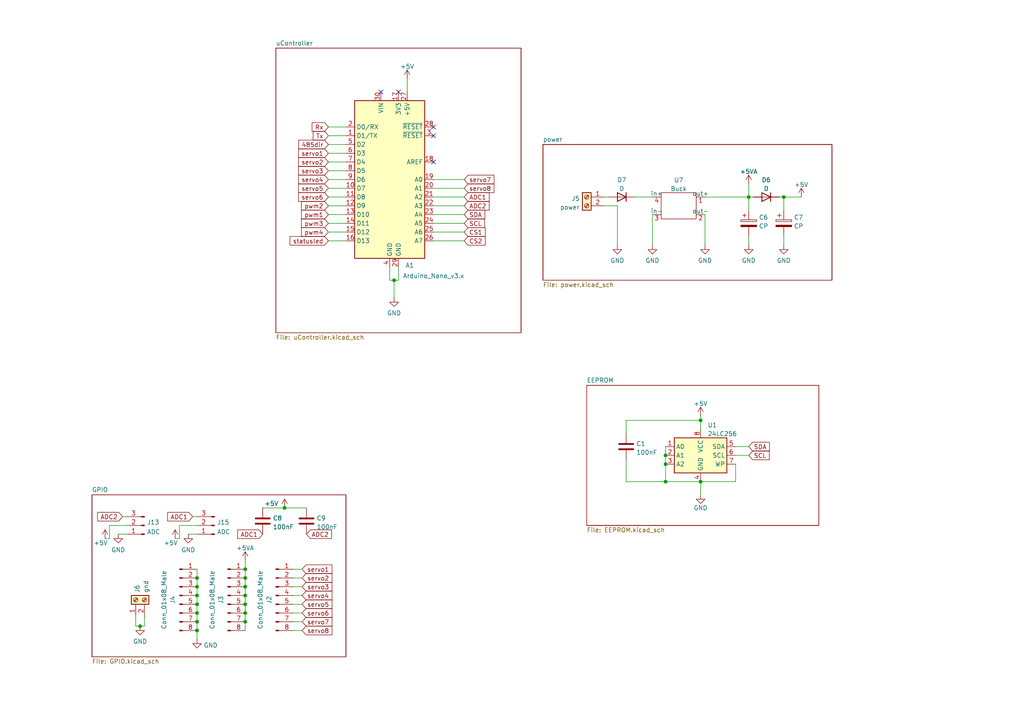
<source format=kicad_sch>
(kicad_sch (version 20211123) (generator eeschema)
  (paper "A4")
  (junction (at -110.49 254))
  (junction (at -66.04 -54.61))
  (junction (at -76.2 53.34))
  (junction (at -148.59 121.92))
  (junction (at -138.43 52.07))
  (junction (at -146.05 111.76))
  (junction (at -78.74 179.07))
  (junction (at 71.12 167.64))
  (junction (at -72.39 113.03))
  (junction (at 193.04 132.08))
  (junction (at -53.34 252.73))
  (junction (at -80.01 66.04))
  (junction (at -135.89 270.51))
  (junction (at 114.3 81.28))
  (junction (at -78.74 215.9))
  (junction (at 203.2 121.92))
  (junction (at 57.15 170.18))
  (junction (at -148.59 111.76))
  (junction (at 217.17 57.15))
  (junction (at -218.44 247.65))
  (junction (at 203.2 139.7))
  (junction (at 193.04 139.7))
  (junction (at -140.97 52.07))
  (junction (at -72.39 63.5))
  (junction (at -236.22 232.41))
  (junction (at 82.55 147.32))
  (junction (at 71.12 172.72))
  (junction (at 193.04 134.62))
  (junction (at 57.15 175.26))
  (junction (at -158.75 76.2))
  (junction (at -80.01 115.57))
  (junction (at 40.64 181.61))
  (junction (at -111.76 -1.27))
  (junction (at -111.76 -13.97))
  (junction (at -76.2 102.87))
  (junction (at -228.6 123.19))
  (junction (at 71.12 165.1))
  (junction (at -110.49 200.66))
  (junction (at -78.74 189.23))
  (junction (at -53.34 199.39))
  (junction (at 71.12 180.34))
  (junction (at -78.74 242.57))
  (junction (at 57.15 172.72))
  (junction (at -110.49 227.33))
  (junction (at 227.33 57.15))
  (junction (at -76.2 125.73))
  (junction (at 71.12 177.8))
  (junction (at -246.38 113.03))
  (junction (at 57.15 180.34))
  (junction (at -76.2 76.2))
  (junction (at -53.34 226.06))
  (junction (at -218.44 212.09))
  (junction (at -135.89 243.84))
  (junction (at 71.12 175.26))
  (junction (at -111.76 -11.43))
  (junction (at -135.89 190.5))
  (junction (at 57.15 167.64))
  (junction (at -111.76 -3.81))
  (junction (at 71.12 170.18))
  (junction (at 57.15 182.88))
  (junction (at -246.38 115.57))
  (junction (at 57.15 177.8))
  (junction (at -135.89 217.17))
  (no_connect (at -231.14 240.03))
  (no_connect (at -246.38 92.71))
  (no_connect (at -246.38 90.17))
  (no_connect (at -99.06 -58.42))
  (no_connect (at -60.96 218.44))
  (no_connect (at -60.96 191.77))
  (no_connect (at -118.11 273.05))
  (no_connect (at -118.11 246.38))
  (no_connect (at -118.11 193.04))
  (no_connect (at -118.11 219.71))
  (no_connect (at -60.96 271.78))
  (no_connect (at -60.96 245.11))
  (no_connect (at -99.06 -44.45))
  (no_connect (at -99.06 -31.75))
  (no_connect (at 125.73 39.37))
  (no_connect (at 125.73 36.83))
  (no_connect (at 125.73 46.99))
  (no_connect (at 110.49 26.67))
  (no_connect (at 115.57 26.67))
  (no_connect (at -99.06 -71.12))
  (wire (pts (xy 71.12 177.8) (xy 71.12 180.34)))
  (wire (pts (xy -53.34 199.39) (xy -53.34 226.06)))
  (wire (pts (xy -236.22 247.65) (xy -218.44 247.65)))
  (wire (pts (xy -114.3 -6.35) (xy -109.22 -6.35)))
  (wire (pts (xy -158.75 86.36) (xy -156.21 86.36)))
  (wire (pts (xy -66.04 -53.34) (xy -66.04 -54.61)))
  (wire (pts (xy -146.05 120.65) (xy -146.05 121.92)))
  (wire (pts (xy -125.73 86.36) (xy -121.92 86.36)))
  (wire (pts (xy -228.6 64.77) (xy -228.6 67.31)))
  (wire (pts (xy -118.11 214.63) (xy -104.14 214.63)))
  (wire (pts (xy 95.25 49.53) (xy 100.33 49.53)))
  (wire (pts (xy -135.89 190.5) (xy -133.35 190.5)))
  (wire (pts (xy 181.61 139.7) (xy 181.61 133.35)))
  (wire (pts (xy 71.12 167.64) (xy 71.12 170.18)))
  (wire (pts (xy -111.76 -1.27) (xy -109.22 -1.27)))
  (wire (pts (xy -254 95.25) (xy -254 97.79)))
  (wire (pts (xy -231.14 219.71) (xy -240.03 219.71)))
  (wire (pts (xy -53.34 173.99) (xy -53.34 199.39)))
  (wire (pts (xy -110.49 254) (xy -110.49 280.67)))
  (wire (pts (xy 52.07 152.4) (xy 52.07 156.21)))
  (wire (pts (xy 213.36 139.7) (xy 213.36 134.62)))
  (wire (pts (xy -148.59 111.76) (xy -148.59 113.03)))
  (wire (pts (xy -118.11 241.3) (xy -104.14 241.3)))
  (wire (pts (xy -90.17 252.73) (xy -76.2 252.73)))
  (wire (pts (xy -110.49 175.26) (xy -110.49 200.66)))
  (wire (pts (xy -167.64 227.33) (xy -181.61 227.33)))
  (wire (pts (xy 114.3 81.28) (xy 115.57 81.28)))
  (wire (pts (xy -45.72 186.69) (xy -45.72 228.6)))
  (wire (pts (xy -118.11 254) (xy -110.49 254)))
  (wire (pts (xy -78.74 215.9) (xy -78.74 189.23)))
  (wire (pts (xy 87.63 172.72) (xy 85.09 172.72)))
  (wire (pts (xy -210.82 100.33) (xy -204.47 100.33)))
  (wire (pts (xy -104.14 232.41) (xy -99.06 232.41)))
  (wire (pts (xy -118.11 267.97) (xy -102.87 267.97)))
  (wire (pts (xy 31.75 152.4) (xy 31.75 156.21)))
  (wire (pts (xy 213.36 132.08) (xy 217.17 132.08)))
  (wire (pts (xy -60.96 226.06) (xy -53.34 226.06)))
  (wire (pts (xy -80.01 60.96) (xy -80.01 66.04)))
  (wire (pts (xy 57.15 177.8) (xy 57.15 180.34)))
  (wire (pts (xy -72.39 60.96) (xy -72.39 63.5)))
  (wire (pts (xy -99.06 -36.83) (xy -97.79 -36.83)))
  (wire (pts (xy -76.2 53.34) (xy -72.39 53.34)))
  (wire (pts (xy -218.44 247.65) (xy -218.44 248.92)))
  (wire (pts (xy 71.12 162.56) (xy 71.12 165.1)))
  (wire (pts (xy 31.75 152.4) (xy 36.83 152.4)))
  (wire (pts (xy 52.07 152.4) (xy 57.15 152.4)))
  (wire (pts (xy -158.75 64.77) (xy -158.75 76.2)))
  (wire (pts (xy -236.22 232.41) (xy -236.22 247.65)))
  (wire (pts (xy 95.25 57.15) (xy 100.33 57.15)))
  (wire (pts (xy -236.22 227.33) (xy -236.22 212.09)))
  (wire (pts (xy 95.25 62.23) (xy 100.33 62.23)))
  (wire (pts (xy 87.63 180.34) (xy 85.09 180.34)))
  (wire (pts (xy -67.31 -55.88) (xy -66.04 -55.88)))
  (wire (pts (xy 125.73 54.61) (xy 134.62 54.61)))
  (wire (pts (xy -148.59 121.92) (xy -148.59 124.46)))
  (wire (pts (xy -80.01 74.93) (xy -80.01 76.2)))
  (wire (pts (xy -125.73 81.28) (xy -121.92 81.28)))
  (wire (pts (xy 95.25 46.99) (xy 100.33 46.99)))
  (wire (pts (xy -210.82 107.95) (xy -204.47 107.95)))
  (wire (pts (xy -147.32 227.33) (xy -133.35 227.33)))
  (wire (pts (xy -78.74 269.24) (xy -78.74 242.57)))
  (wire (pts (xy -161.29 83.82) (xy -156.21 83.82)))
  (wire (pts (xy -67.31 -53.34) (xy -66.04 -53.34)))
  (wire (pts (xy -76.2 269.24) (xy -78.74 269.24)))
  (wire (pts (xy -104.14 234.95) (xy -99.06 234.95)))
  (wire (pts (xy -111.76 -1.27) (xy -111.76 0)))
  (wire (pts (xy -111.76 -15.24) (xy -111.76 -13.97)))
  (wire (pts (xy -76.2 125.73) (xy -76.2 133.35)))
  (wire (pts (xy -114.3 -8.89) (xy -109.22 -8.89)))
  (wire (pts (xy 71.12 165.1) (xy 71.12 167.64)))
  (wire (pts (xy -85.09 113.03) (xy -72.39 113.03)))
  (wire (pts (xy -78.74 215.9) (xy -76.2 215.9)))
  (wire (pts (xy -99.06 -66.04) (xy -97.79 -66.04)))
  (wire (pts (xy 76.2 147.32) (xy 82.55 147.32)))
  (wire (pts (xy 95.25 67.31) (xy 100.33 67.31)))
  (wire (pts (xy -78.74 242.57) (xy -78.74 215.9)))
  (wire (pts (xy -41.91 179.07) (xy -41.91 226.06)))
  (wire (pts (xy -60.96 252.73) (xy -53.34 252.73)))
  (wire (pts (xy 95.25 69.85) (xy 100.33 69.85)))
  (wire (pts (xy 95.25 54.61) (xy 100.33 54.61)))
  (wire (pts (xy -99.06 -34.29) (xy -96.52 -34.29)))
  (wire (pts (xy 125.73 52.07) (xy 134.62 52.07)))
  (wire (pts (xy -205.74 234.95) (xy -201.93 234.95)))
  (wire (pts (xy -85.09 66.04) (xy -80.01 66.04)))
  (wire (pts (xy 71.12 170.18) (xy 71.12 172.72)))
  (wire (pts (xy -201.93 175.26) (xy -201.93 177.8)))
  (wire (pts (xy -72.39 -19.05) (xy -72.39 -16.51)))
  (wire (pts (xy 125.73 69.85) (xy 134.62 69.85)))
  (wire (pts (xy -53.34 252.73) (xy -53.34 279.4)))
  (wire (pts (xy 87.63 170.18) (xy 85.09 170.18)))
  (wire (pts (xy -76.2 76.2) (xy -72.39 76.2)))
  (wire (pts (xy 30.48 156.21) (xy 31.75 156.21)))
  (wire (pts (xy 57.15 172.72) (xy 57.15 175.26)))
  (wire (pts (xy -78.74 179.07) (xy -41.91 179.07)))
  (wire (pts (xy -167.64 224.79) (xy -181.61 224.79)))
  (wire (pts (xy -80.01 102.87) (xy -76.2 102.87)))
  (wire (pts (xy -231.14 232.41) (xy -236.22 232.41)))
  (wire (pts (xy -80.01 66.04) (xy -68.58 66.04)))
  (wire (pts (xy -130.81 59.69) (xy -130.81 60.96)))
  (wire (pts (xy -46.99 233.68) (xy -41.91 233.68)))
  (wire (pts (xy -246.38 74.93) (xy -255.27 74.93)))
  (wire (pts (xy -231.14 227.33) (xy -236.22 227.33)))
  (wire (pts (xy 181.61 121.92) (xy 203.2 121.92)))
  (wire (pts (xy -210.82 74.93) (xy -204.47 74.93)))
  (wire (pts (xy -151.13 180.34) (xy -147.32 180.34)))
  (wire (pts (xy -140.97 50.8) (xy -140.97 52.07)))
  (wire (pts (xy -205.74 224.79) (xy -201.93 224.79)))
  (wire (pts (xy -135.89 243.84) (xy -135.89 217.17)))
  (wire (pts (xy -161.29 73.66) (xy -156.21 73.66)))
  (wire (pts (xy -77.47 -72.39) (xy -77.47 -68.58)))
  (wire (pts (xy -80.01 76.2) (xy -76.2 76.2)))
  (wire (pts (xy 193.04 129.54) (xy 193.04 132.08)))
  (wire (pts (xy -60.96 240.03) (xy -46.99 240.03)))
  (wire (pts (xy 40.64 181.61) (xy 41.91 181.61)))
  (wire (pts (xy -46.99 213.36) (xy -46.99 231.14)))
  (wire (pts (xy -76.2 125.73) (xy -72.39 125.73)))
  (wire (pts (xy 71.12 172.72) (xy 71.12 175.26)))
  (wire (pts (xy -80.01 124.46) (xy -80.01 125.73)))
  (wire (pts (xy -45.72 236.22) (xy -41.91 236.22)))
  (wire (pts (xy -72.39 113.03) (xy -72.39 116.84)))
  (wire (pts (xy -99.06 -41.91) (xy -96.52 -41.91)))
  (wire (pts (xy -76.2 102.87) (xy -76.2 97.79)))
  (wire (pts (xy -246.38 113.03) (xy -246.38 115.57)))
  (wire (pts (xy -167.64 229.87) (xy -181.61 229.87)))
  (wire (pts (xy -96.52 -45.72) (xy -96.52 -41.91)))
  (wire (pts (xy -125.73 88.9) (xy -121.92 88.9)))
  (wire (pts (xy -45.72 266.7) (xy -45.72 236.22)))
  (wire (pts (xy 193.04 132.08) (xy 193.04 134.62)))
  (wire (pts (xy -111.76 -3.81) (xy -109.22 -3.81)))
  (wire (pts (xy -246.38 123.19) (xy -228.6 123.19)))
  (wire (pts (xy -205.74 222.25) (xy -201.93 222.25)))
  (wire (pts (xy 87.63 167.64) (xy 85.09 167.64)))
  (wire (pts (xy -236.22 212.09) (xy -218.44 212.09)))
  (wire (pts (xy -146.05 111.76) (xy -144.78 111.76)))
  (wire (pts (xy -205.74 227.33) (xy -201.93 227.33)))
  (wire (pts (xy -205.74 232.41) (xy -201.93 232.41)))
  (wire (pts (xy -118.11 187.96) (xy -102.87 187.96)))
  (wire (pts (xy -67.31 -58.42) (xy -64.77 -58.42)))
  (wire (pts (xy -181.61 217.17) (xy -177.8 217.17)))
  (wire (pts (xy -88.9 -50.8) (xy -87.63 -50.8)))
  (wire (pts (xy -210.82 102.87) (xy -204.47 102.87)))
  (wire (pts (xy -236.22 229.87) (xy -236.22 232.41)))
  (wire (pts (xy 87.63 175.26) (xy 85.09 175.26)))
  (wire (pts (xy -111.76 -3.81) (xy -111.76 -1.27)))
  (wire (pts (xy -140.97 52.07) (xy -140.97 66.04)))
  (wire (pts (xy 57.15 167.64) (xy 57.15 170.18)))
  (wire (pts (xy -210.82 85.09) (xy -204.47 85.09)))
  (wire (pts (xy -210.82 113.03) (xy -204.47 113.03)))
  (wire (pts (xy 204.47 57.15) (xy 217.17 57.15)))
  (wire (pts (xy 204.47 62.23) (xy 204.47 71.12)))
  (wire (pts (xy 35.56 149.86) (xy 36.83 149.86)))
  (wire (pts (xy -99.06 -39.37) (xy -97.79 -39.37)))
  (wire (pts (xy -104.14 214.63) (xy -104.14 232.41)))
  (wire (pts (xy -114.3 -11.43) (xy -111.76 -11.43)))
  (wire (pts (xy -78.74 242.57) (xy -76.2 242.57)))
  (wire (pts (xy -88.9 -58.42) (xy -87.63 -58.42)))
  (wire (pts (xy -110.49 280.67) (xy -118.11 280.67)))
  (wire (pts (xy -133.35 270.51) (xy -135.89 270.51)))
  (wire (pts (xy -60.96 266.7) (xy -45.72 266.7)))
  (wire (pts (xy -139.7 180.34) (xy -135.89 180.34)))
  (wire (pts (xy -135.89 180.34) (xy -135.89 190.5)))
  (wire (pts (xy -191.77 242.57) (xy -191.77 246.38)))
  (wire (pts (xy 193.04 139.7) (xy 181.61 139.7)))
  (wire (pts (xy -110.49 200.66) (xy -110.49 227.33)))
  (wire (pts (xy 57.15 175.26) (xy 57.15 177.8)))
  (wire (pts (xy -146.05 101.6) (xy -146.05 111.76)))
  (wire (pts (xy -102.87 187.96) (xy -102.87 229.87)))
  (wire (pts (xy -104.14 241.3) (xy -104.14 234.95)))
  (wire (pts (xy -80.01 110.49) (xy -80.01 115.57)))
  (wire (pts (xy -66.04 -54.61) (xy -66.04 -55.88)))
  (wire (pts (xy 118.11 22.86) (xy 118.11 26.67)))
  (wire (pts (xy -45.72 228.6) (xy -41.91 228.6)))
  (wire (pts (xy 181.61 125.73) (xy 181.61 121.92)))
  (wire (pts (xy -72.39 76.2) (xy -72.39 74.93)))
  (wire (pts (xy -151.13 59.69) (xy -151.13 60.96)))
  (wire (pts (xy 189.23 62.23) (xy 189.23 71.12)))
  (wire (pts (xy -167.64 232.41) (xy -181.61 232.41)))
  (wire (pts (xy -90.17 279.4) (xy -76.2 279.4)))
  (wire (pts (xy 50.8 156.21) (xy 52.07 156.21)))
  (wire (pts (xy -82.55 179.07) (xy -78.74 179.07)))
  (wire (pts (xy -205.74 229.87) (xy -201.93 229.87)))
  (wire (pts (xy -46.99 231.14) (xy -41.91 231.14)))
  (wire (pts (xy -210.82 115.57) (xy -204.47 115.57)))
  (wire (pts (xy 203.2 139.7) (xy 203.2 143.51)))
  (wire (pts (xy -138.43 45.72) (xy -138.43 52.07)))
  (wire (pts (xy -210.82 82.55) (xy -204.47 82.55)))
  (wire (pts (xy -80.01 115.57) (xy -80.01 116.84)))
  (wire (pts (xy -231.14 229.87) (xy -236.22 229.87)))
  (wire (pts (xy -156.21 76.2) (xy -158.75 76.2)))
  (wire (pts (xy 87.63 177.8) (xy 85.09 177.8)))
  (wire (pts (xy -72.39 110.49) (xy -72.39 113.03)))
  (wire (pts (xy -210.82 87.63) (xy -204.47 87.63)))
  (wire (pts (xy 176.53 57.15) (xy 175.26 57.15)))
  (wire (pts (xy 113.03 77.47) (xy 113.03 81.28)))
  (wire (pts (xy -102.87 267.97) (xy -102.87 237.49)))
  (wire (pts (xy -111.76 -11.43) (xy -109.22 -11.43)))
  (wire (pts (xy -138.43 52.07) (xy -138.43 66.04)))
  (wire (pts (xy -66.04 -54.61) (xy -64.77 -54.61)))
  (wire (pts (xy -231.14 222.25) (xy -240.03 222.25)))
  (wire (pts (xy 57.15 180.34) (xy 57.15 182.88)))
  (wire (pts (xy -77.47 -40.64) (xy -77.47 -38.1)))
  (wire (pts (xy -114.3 -1.27) (xy -111.76 -1.27)))
  (wire (pts (xy 87.63 182.88) (xy 85.09 182.88)))
  (wire (pts (xy -138.43 52.07) (xy -130.81 52.07)))
  (wire (pts (xy 82.55 147.32) (xy 88.9 147.32)))
  (wire (pts (xy -72.39 125.73) (xy -72.39 124.46)))
  (wire (pts (xy 227.33 71.12) (xy 227.33 68.58)))
  (wire (pts (xy -85.09 115.57) (xy -80.01 115.57)))
  (wire (pts (xy -246.38 77.47) (xy -255.27 77.47)))
  (wire (pts (xy -93.98 179.07) (xy -90.17 179.07)))
  (wire (pts (xy -111.76 -13.97) (xy -111.76 -11.43)))
  (wire (pts (xy -167.64 234.95) (xy -181.61 234.95)))
  (wire (pts (xy -148.59 120.65) (xy -148.59 121.92)))
  (wire (pts (xy 95.25 44.45) (xy 100.33 44.45)))
  (wire (pts (xy 193.04 139.7) (xy 203.2 139.7)))
  (wire (pts (xy 57.15 182.88) (xy 57.15 185.42)))
  (wire (pts (xy -149.86 111.76) (xy -148.59 111.76)))
  (wire (pts (xy -80.01 53.34) (xy -76.2 53.34)))
  (wire (pts (xy 95.25 39.37) (xy 100.33 39.37)))
  (wire (pts (xy -60.96 213.36) (xy -46.99 213.36)))
  (wire (pts (xy -80.01 115.57) (xy -68.58 115.57)))
  (wire (pts (xy 39.37 181.61) (xy 40.64 181.61)))
  (wire (pts (xy -210.82 80.01) (xy -204.47 80.01)))
  (wire (pts (xy -125.73 78.74) (xy -121.92 78.74)))
  (wire (pts (xy 179.07 59.69) (xy 175.26 59.69)))
  (wire (pts (xy 227.33 57.15) (xy 227.33 60.96)))
  (wire (pts (xy -96.52 -34.29) (xy -96.52 -29.21)))
  (wire (pts (xy 203.2 120.65) (xy 203.2 121.92)))
  (wire (pts (xy -147.32 254) (xy -133.35 254)))
  (wire (pts (xy -135.89 270.51) (xy -135.89 243.84)))
  (wire (pts (xy -135.89 289.56) (xy -135.89 270.51)))
  (wire (pts (xy 41.91 181.61) (xy 41.91 179.07)))
  (wire (pts (xy -210.82 110.49) (xy -204.47 110.49)))
  (wire (pts (xy -53.34 226.06) (xy -53.34 252.73)))
  (wire (pts (xy -72.39 113.03) (xy -68.58 113.03)))
  (wire (pts (xy -210.82 105.41) (xy -204.47 105.41)))
  (wire (pts (xy -147.32 200.66) (xy -133.35 200.66)))
  (wire (pts (xy 115.57 81.28) (xy 115.57 77.47)))
  (wire (pts (xy -99.06 -68.58) (xy -96.52 -68.58)))
  (wire (pts (xy -102.87 237.49) (xy -99.06 237.49)))
  (wire (pts (xy -90.17 199.39) (xy -76.2 199.39)))
  (wire (pts (xy -246.38 110.49) (xy -246.38 113.03)))
  (wire (pts (xy 125.73 59.69) (xy 134.62 59.69)))
  (wire (pts (xy 54.61 154.94) (xy 57.15 154.94)))
  (wire (pts (xy -148.59 101.6) (xy -148.59 111.76)))
  (wire (pts (xy -76.2 102.87) (xy -72.39 102.87)))
  (wire (pts (xy 179.07 59.69) (xy 179.07 71.12)))
  (wire (pts (xy 213.36 129.54) (xy 217.17 129.54)))
  (wire (pts (xy 71.12 175.26) (xy 71.12 177.8)))
  (wire (pts (xy -53.34 279.4) (xy -60.96 279.4)))
  (wire (pts (xy -210.82 92.71) (xy -204.47 92.71)))
  (wire (pts (xy 217.17 68.58) (xy 217.17 71.12)))
  (wire (pts (xy -210.82 90.17) (xy -204.47 90.17)))
  (wire (pts (xy -60.96 186.69) (xy -45.72 186.69)))
  (wire (pts (xy -205.74 219.71) (xy -201.93 219.71)))
  (wire (pts (xy 95.25 64.77) (xy 100.33 64.77)))
  (wire (pts (xy -96.52 -72.39) (xy -96.52 -68.58)))
  (wire (pts (xy 57.15 170.18) (xy 57.15 172.72)))
  (wire (pts (xy -118.11 200.66) (xy -110.49 200.66)))
  (wire (pts (xy -210.82 97.79) (xy -204.47 97.79)))
  (wire (pts (xy 217.17 57.15) (xy 218.44 57.15)))
  (wire (pts (xy -246.38 115.57) (xy -246.38 123.19)))
  (wire (pts (xy 87.63 165.1) (xy 85.09 165.1)))
  (wire (pts (xy -85.09 63.5) (xy -72.39 63.5)))
  (wire (pts (xy 113.03 81.28) (xy 114.3 81.28)))
  (wire (pts (xy -114.3 -13.97) (xy -111.76 -13.97)))
  (wire (pts (xy 55.88 149.86) (xy 57.15 149.86)))
  (wire (pts (xy 95.25 59.69) (xy 100.33 59.69)))
  (wire (pts (xy 125.73 57.15) (xy 134.62 57.15)))
  (wire (pts (xy 71.12 180.34) (xy 71.12 182.88)))
  (wire (pts (xy 57.15 165.1) (xy 57.15 167.64)))
  (wire (pts (xy -158.75 76.2) (xy -158.75 86.36)))
  (wire (pts (xy -147.32 280.67) (xy -133.35 280.67)))
  (wire (pts (xy -148.59 121.92) (xy -146.05 121.92)))
  (wire (pts (xy -99.06 -63.5) (xy -97.79 -63.5)))
  (wire (pts (xy 34.29 154.94) (xy 36.83 154.94)))
  (wire (pts (xy -167.64 222.25) (xy -181.61 222.25)))
  (wire (pts (xy -76.2 53.34) (xy -76.2 48.26)))
  (wire (pts (xy 226.06 57.15) (xy 227.33 57.15)))
  (wire (pts (xy -167.64 219.71) (xy -181.61 219.71)))
  (wire (pts (xy 217.17 57.15) (xy 217.17 60.96)))
  (wire (pts (xy -78.74 189.23) (xy -76.2 189.23)))
  (wire (pts (xy -99.06 289.56) (xy -135.89 289.56)))
  (wire (pts (xy -110.49 227.33) (xy -110.49 254)))
  (wire (pts (xy -161.29 81.28) (xy -156.21 81.28)))
  (wire (pts (xy -67.31 -50.8) (xy -64.77 -50.8)))
  (wire (pts (xy -228.6 123.19) (xy -228.6 124.46)))
  (wire (pts (xy -181.61 237.49) (xy -167.64 237.49)))
  (wire (pts (xy -140.97 101.6) (xy -140.97 102.87)))
  (wire (pts (xy -72.39 63.5) (xy -68.58 63.5)))
  (wire (pts (xy -76.2 76.2) (xy -76.2 83.82)))
  (wire (pts (xy -78.74 189.23) (xy -78.74 179.07)))
  (wire (pts (xy -161.29 71.12) (xy -156.21 71.12)))
  (wire (pts (xy 203.2 121.92) (xy 203.2 124.46)))
  (wire (pts (xy -135.89 243.84) (xy -133.35 243.84)))
  (wire (pts (xy 203.2 139.7) (xy 213.36 139.7)))
  (wire (pts (xy 125.73 67.31) (xy 134.62 67.31)))
  (wire (pts (xy -201.93 185.42) (xy -201.93 187.96)))
  (wire (pts (xy -118.11 227.33) (xy -110.49 227.33)))
  (wire (pts (xy -210.82 77.47) (xy -204.47 77.47)))
  (wire (pts (xy -90.17 226.06) (xy -76.2 226.06)))
  (wire (pts (xy 125.73 64.77) (xy 134.62 64.77)))
  (wire (pts (xy 227.33 57.15) (xy 232.41 57.15)))
  (wire (pts (xy -102.87 229.87) (xy -99.06 229.87)))
  (wire (pts (xy 95.25 36.83) (xy 100.33 36.83)))
  (wire (pts (xy -80.01 66.04) (xy -80.01 67.31)))
  (wire (pts (xy -135.89 217.17) (xy -135.89 190.5)))
  (wire (pts (xy -60.96 199.39) (xy -53.34 199.39)))
  (wire (pts (xy -146.05 111.76) (xy -146.05 113.03)))
  (wire (pts (xy 184.15 57.15) (xy 189.23 57.15)))
  (wire (pts (xy 125.73 62.23) (xy 134.62 62.23)))
  (wire (pts (xy -99.06 240.03) (xy -99.06 289.56)))
  (wire (pts (xy 95.25 41.91) (xy 100.33 41.91)))
  (wire (pts (xy -99.06 -60.96) (xy -96.52 -60.96)))
  (wire (pts (xy -114.3 -3.81) (xy -111.76 -3.81)))
  (wire (pts (xy -80.01 125.73) (xy -76.2 125.73)))
  (wire (pts (xy -46.99 240.03) (xy -46.99 233.68)))
  (wire (pts (xy 193.04 134.62) (xy 193.04 139.7)))
  (wire (pts (xy -254 97.79) (xy -246.38 97.79)))
  (wire (pts (xy 114.3 81.28) (xy 114.3 86.36)))
  (wire (pts (xy -72.39 -8.89) (xy -72.39 -6.35)))
  (wire (pts (xy -111.76 -13.97) (xy -109.22 -13.97)))
  (wire (pts (xy -96.52 -60.96) (xy -96.52 -55.88)))
  (wire (pts (xy -205.74 237.49) (xy -201.93 237.49)))
  (wire (pts (xy -151.13 52.07) (xy -140.97 52.07)))
  (wire (pts (xy -135.89 217.17) (xy -133.35 217.17)))
  (wire (pts (xy -218.44 210.82) (xy -218.44 212.09)))
  (wire (pts (xy 39.37 179.07) (xy 39.37 181.61)))
  (wire (pts (xy -72.39 63.5) (xy -72.39 67.31)))
  (wire (pts (xy 217.17 53.34) (xy 217.17 57.15)))
  (wire (pts (xy 95.25 52.07) (xy 100.33 52.07)))
  (label "coil1" (at -167.64 219.71 180))
  (label "A" (at -111.76 -8.89 0))
  (label "coil2" (at -167.64 222.25 180))
  (label "coil1" (at -90.17 199.39 0))
  (label "coil8" (at -147.32 280.67 0))
  (label "A" (at -97.79 -39.37 0))
  (label "coil2" (at -90.17 226.06 0))
  (label "A" (at -97.79 -66.04 0))
  (label "coil7" (at -147.32 254 0))
  (label "B" (at -111.76 -6.35 0))
  (label "coil5" (at -147.32 200.66 0))
  (label "A" (at -88.9 -50.8 0))
  (label "coil6" (at -147.32 227.33 0))
  (label "coil6" (at -167.64 232.41 180))
  (label "coil4" (at -167.64 227.33 180))
  (label "coil8" (at -167.64 237.49 180))
  (label "coil3" (at -90.17 252.73 0))
  (label "B" (at -97.79 -36.83 0))
  (label "coil5" (at -167.64 229.87 180))
  (label "coil4" (at -90.17 279.4 0))
  (label "B" (at -97.79 -63.5 0))
  (label "B" (at -88.9 -58.42 0))
  (label "coil3" (at -167.64 224.79 180))
  (label "coil7" (at -167.64 234.95 180))
  (global_label "pwm1" (shape input) (at -161.29 73.66 180) (property "Intersheet References" "${INTERSHEET_REFS}" (effects hide)))
  (global_label "servo6" (shape input) (at 95.25 57.15 180) (property "Intersheet References" "${INTERSHEET_REFS}" (effects hide)))
  (global_label "SCL" (shape input) (at 134.62 64.77 0) (property "Intersheet References" "${INTERSHEET_REFS}" (effects hide)))
  (global_label "CS1" (shape input) (at 134.62 67.31 0) (property "Intersheet References" "${INTERSHEET_REFS}" (effects hide)))
  (global_label "pwm4" (shape input) (at 95.25 67.31 180) (property "Intersheet References" "${INTERSHEET_REFS}" (effects hide)))
  (global_label "SDA" (shape input) (at -240.03 222.25 180) (property "Intersheet References" "${INTERSHEET_REFS}" (effects hide)))
  (global_label "track2R" (shape input) (at -121.92 86.36 0) (property "Intersheet References" "${INTERSHEET_REFS}" (effects hide)))
  (global_label "CS2" (shape input) (at 134.62 69.85 0) (property "Intersheet References" "${INTERSHEET_REFS}" (effects hide)))
  (global_label "servo7" (shape input) (at 134.62 52.07 0) (property "Intersheet References" "${INTERSHEET_REFS}" (effects hide)))
  (global_label "SCL" (shape input) (at 217.17 132.08 0) (property "Intersheet References" "${INTERSHEET_REFS}" (effects hide)))
  (global_label "SDA" (shape input) (at 217.17 129.54 0) (property "Intersheet References" "${INTERSHEET_REFS}" (effects hide)))
  (global_label "statusled" (shape input) (at 95.25 69.85 180) (property "Intersheet References" "${INTERSHEET_REFS}" (effects hide)))
  (global_label "SDA" (shape input) (at -255.27 74.93 180) (property "Intersheet References" "${INTERSHEET_REFS}" (effects hide)))
  (global_label "ADC1" (shape input) (at 76.2 154.94 180) (property "Intersheet References" "${INTERSHEET_REFS}" (effects hide)))
  (global_label "Tx" (shape input) (at -64.77 -50.8 0) (property "Intersheet References" "${INTERSHEET_REFS}" (effects hide)))
  (global_label "ADC1" (shape input) (at 55.88 149.86 180) (property "Intersheet References" "${INTERSHEET_REFS}" (effects hide)))
  (global_label "SDA" (shape input) (at 134.62 62.23 0) (property "Intersheet References" "${INTERSHEET_REFS}" (effects hide)))
  (global_label "servo8" (shape input) (at 87.63 182.88 0) (property "Intersheet References" "${INTERSHEET_REFS}" (effects hide)))
  (global_label "Rx" (shape input) (at -64.77 -58.42 0) (property "Intersheet References" "${INTERSHEET_REFS}" (effects hide)))
  (global_label "servo5" (shape input) (at 95.25 54.61 180) (property "Intersheet References" "${INTERSHEET_REFS}" (effects hide)))
  (global_label "SCL" (shape input) (at -240.03 219.71 180) (property "Intersheet References" "${INTERSHEET_REFS}" (effects hide)))
  (global_label "track2R" (shape input) (at -85.09 115.57 180) (property "Intersheet References" "${INTERSHEET_REFS}" (effects hide)))
  (global_label "track1L" (shape input) (at -121.92 81.28 0) (property "Intersheet References" "${INTERSHEET_REFS}" (effects hide)))
  (global_label "CS1" (shape input) (at -149.86 111.76 180) (property "Intersheet References" "${INTERSHEET_REFS}" (effects hide)))
  (global_label "track1L" (shape input) (at -85.09 63.5 180) (property "Intersheet References" "${INTERSHEET_REFS}" (effects hide)))
  (global_label "Tx" (shape input) (at 95.25 39.37 180) (property "Intersheet References" "${INTERSHEET_REFS}" (effects hide)))
  (global_label "track1R" (shape input) (at -121.92 78.74 0) (property "Intersheet References" "${INTERSHEET_REFS}" (effects hide)))
  (global_label "servo5" (shape input) (at 87.63 175.26 0) (property "Intersheet References" "${INTERSHEET_REFS}" (effects hide)))
  (global_label "servo2" (shape input) (at 95.25 46.99 180) (property "Intersheet References" "${INTERSHEET_REFS}" (effects hide)))
  (global_label "CS2" (shape input) (at -144.78 111.76 0) (property "Intersheet References" "${INTERSHEET_REFS}" (effects hide)))
  (global_label "pwm3" (shape input) (at -161.29 83.82 180) (property "Intersheet References" "${INTERSHEET_REFS}" (effects hide)))
  (global_label "ADC2" (shape input) (at 134.62 59.69 0) (property "Intersheet References" "${INTERSHEET_REFS}" (effects hide)))
  (global_label "servo4" (shape input) (at 87.63 172.72 0) (property "Intersheet References" "${INTERSHEET_REFS}" (effects hide)))
  (global_label "servo7" (shape input) (at 87.63 180.34 0) (property "Intersheet References" "${INTERSHEET_REFS}" (effects hide)))
  (global_label "servo2" (shape input) (at 87.63 167.64 0) (property "Intersheet References" "${INTERSHEET_REFS}" (effects hide)))
  (global_label "track2L" (shape input) (at -121.92 88.9 0) (property "Intersheet References" "${INTERSHEET_REFS}" (effects hide)))
  (global_label "pwm3" (shape input) (at 95.25 64.77 180) (property "Intersheet References" "${INTERSHEET_REFS}" (effects hide)))
  (global_label "servo3" (shape input) (at 95.25 49.53 180) (property "Intersheet References" "${INTERSHEET_REFS}" (effects hide)))
  (global_label "485dir" (shape input) (at 95.25 41.91 180) (property "Intersheet References" "${INTERSHEET_REFS}" (effects hide)))
  (global_label "servo4" (shape input) (at 95.25 52.07 180) (property "Intersheet References" "${INTERSHEET_REFS}" (effects hide)))
  (global_label "SCL" (shape input) (at -255.27 77.47 180) (property "Intersheet References" "${INTERSHEET_REFS}" (effects hide)))
  (global_label "pwm2" (shape input) (at 95.25 59.69 180) (property "Intersheet References" "${INTERSHEET_REFS}" (effects hide)))
  (global_label "track1R" (shape input) (at -85.09 66.04 180) (property "Intersheet References" "${INTERSHEET_REFS}" (effects hide)))
  (global_label "pwm4" (shape input) (at -161.29 81.28 180) (property "Intersheet References" "${INTERSHEET_REFS}" (effects hide)))
  (global_label "servo1" (shape input) (at 87.63 165.1 0) (property "Intersheet References" "${INTERSHEET_REFS}" (effects hide)))
  (global_label "pwm1" (shape input) (at 95.25 62.23 180) (property "Intersheet References" "${INTERSHEET_REFS}" (effects hide)))
  (global_label "servo8" (shape input) (at 134.62 54.61 0) (property "Intersheet References" "${INTERSHEET_REFS}" (effects hide)))
  (global_label "ADC2" (shape input) (at 35.56 149.86 180) (property "Intersheet References" "${INTERSHEET_REFS}" (effects hide)))
  (global_label "servo3" (shape input) (at 87.63 170.18 0) (property "Intersheet References" "${INTERSHEET_REFS}" (effects hide)))
  (global_label "Rx" (shape input) (at 95.25 36.83 180) (property "Intersheet References" "${INTERSHEET_REFS}" (effects hide)))
  (global_label "485dir" (shape input) (at -64.77 -54.61 0) (property "Intersheet References" "${INTERSHEET_REFS}" (effects hide)))
  (global_label "servo6" (shape input) (at 87.63 177.8 0) (property "Intersheet References" "${INTERSHEET_REFS}" (effects hide)))
  (global_label "pwm2" (shape input) (at -161.29 71.12 180) (property "Intersheet References" "${INTERSHEET_REFS}" (effects hide)))
  (global_label "ADC2" (shape input) (at 88.9 154.94 0) (property "Intersheet References" "${INTERSHEET_REFS}" (effects hide)))
  (global_label "track2L" (shape input) (at -85.09 113.03 180) (property "Intersheet References" "${INTERSHEET_REFS}" (effects hide)))
  (global_label "servo1" (shape input) (at 95.25 44.45 180) (property "Intersheet References" "${INTERSHEET_REFS}" (effects hide)))
  (global_label "ADC1" (shape input) (at 134.62 57.15 0) (property "Intersheet References" "${INTERSHEET_REFS}" (effects hide)))
  (symbol (lib_id "Relay:G5V-1") (at -125.73 275.59 270) (mirror x) (unit 1)
    (property "Reference" "K8" (at -125.73 261.7302 90))
    (property "Value" "G5V-1" (at -125.73 264.2671 90))
    (property "Footprint" "Relay_THT:Relay_SPDT_Omron_G5V-1" (effects hide))
    (property "Datasheet" "http://omronfs.omron.com/en_US/ecb/products/pdf/en-g5v_1.pdf" (effects hide))
  )
  (symbol (lib_id "Device:R") (at -146.05 116.84 0) (unit 1)
    (property "Reference" "R1" (at -144.272 116.0053 0) (effects (justify left)))
    (property "Value" "R" (at -144.272 118.5422 0) (effects (justify left)))
    (property "Footprint" "Resistor_THT:R_Axial_DIN0516_L15.5mm_D5.0mm_P20.32mm_Horizontal" (effects hide))
  )
  (symbol (lib_id "Relay:G5V-1") (at -125.73 222.25 270) (mirror x) (unit 1)
    (property "Reference" "K6" (at -125.73 208.3902 90))
    (property "Value" "G5V-1" (at -125.73 210.9271 90))
    (property "Footprint" "Relay_THT:Relay_SPDT_Omron_G5V-1" (effects hide))
    (property "Datasheet" "http://omronfs.omron.com/en_US/ecb/products/pdf/en-g5v_1.pdf" (effects hide))
  )
  (symbol (lib_id "Device:C") (at 88.9 151.13 0) (unit 1)
    (property "Reference" "C9" (at 91.821 150.2953 0) (effects (justify left)))
    (property "Value" "100nF" (at 91.821 152.8322 0) (effects (justify left)))
    (property "Footprint" "Capacitor_THT:C_Disc_D3.0mm_W1.6mm_P2.50mm" (effects hide))
  )
  (symbol (lib_id "power:+5V") (at -72.39 -19.05 0) (unit 1)
    (property "Reference" "#PWR0135" (effects hide))
    (property "Value" "+5V" (at -72.39 -22.6258 0))
  )
  (symbol (lib_id "power:+5VA") (at 217.17 53.34 0) (unit 1)
    (property "Reference" "#PWR0122" (effects hide))
    (property "Value" "+5VA" (at 217.17 49.7642 0))
  )
  (symbol (lib_id "Relay:G5V-1") (at -68.58 220.98 270) (mirror x) (unit 1)
    (property "Reference" "K2" (at -68.58 207.1202 90))
    (property "Value" "G5V-1" (at -68.58 209.6571 90))
    (property "Footprint" "Relay_THT:Relay_SPDT_Omron_G5V-1" (effects hide))
    (property "Datasheet" "http://omronfs.omron.com/en_US/ecb/products/pdf/en-g5v_1.pdf" (effects hide))
  )
  (symbol (lib_id "Connector:RJ12") (at -109.22 -63.5 0) (unit 1)
    (property "Reference" "J9" (at -109.22 -77.3598 0))
    (property "Value" "RJ12" (at -109.22 -74.8229 0))
    (property "Footprint" "Connector_RJ:RJ12_Amphenol_54601" (effects hide))
  )
  (symbol (lib_id "power:GND") (at 204.47 71.12 0) (unit 1)
    (property "Reference" "#PWR0109" (effects hide))
    (property "Value" "GND" (at 204.47 75.5634 0))
  )
  (symbol (lib_id "power:GND") (at -96.52 -29.21 0) (unit 1)
    (property "Reference" "#PWR0133" (effects hide))
    (property "Value" "GND" (at -96.52 -24.7666 0))
  )
  (symbol (lib_id "power:+12V") (at -111.76 -15.24 0) (unit 1)
    (property "Reference" "#PWR0150" (effects hide))
    (property "Value" "+12V" (at -111.76 -18.8158 0))
  )
  (symbol (lib_id "power:GND") (at -77.47 -38.1 0) (unit 1)
    (property "Reference" "#PWR0134" (effects hide))
    (property "Value" "GND" (at -77.47 -33.6566 0))
  )
  (symbol (lib_id "power:GND") (at -72.39 -6.35 0) (unit 1)
    (property "Reference" "#PWR0136" (effects hide))
    (property "Value" "GND" (at -72.39 -1.9066 0))
  )
  (symbol (lib_id "Relay:G5V-1") (at -125.73 195.58 270) (mirror x) (unit 1)
    (property "Reference" "K5" (at -125.73 181.7202 90))
    (property "Value" "G5V-1" (at -125.73 184.2571 90))
    (property "Footprint" "Relay_THT:Relay_SPDT_Omron_G5V-1" (effects hide))
    (property "Datasheet" "http://omronfs.omron.com/en_US/ecb/products/pdf/en-g5v_1.pdf" (effects hide))
  )
  (symbol (lib_id "Connector:Conn_01x06_Female") (at -104.14 -6.35 0) (mirror x) (unit 1)
    (property "Reference" "J10" (at -103.4288 -6.7115 0) (effects (justify left)))
    (property "Value" "Conn_01x06_Female" (at -102.87 -11.43 0) (effects (justify left)))
    (property "Footprint" "Connector_PinSocket_2.54mm:PinSocket_1x06_P2.54mm_Horizontal" (effects hide))
  )
  (symbol (lib_id "Device:D") (at -72.39 120.65 270) (unit 1)
    (property "Reference" "D10" (at -70.358 119.8153 90) (effects (justify left)))
    (property "Value" "D" (at -70.358 122.3522 90) (effects (justify left)))
    (property "Footprint" "Diode_THT:D_DO-34_SOD68_P7.62mm_Horizontal" (effects hide))
  )
  (symbol (lib_id "MCU_Module:Arduino_Nano_v3.x") (at 113.03 52.07 0) (unit 1)
    (property "Reference" "A1" (at 117.5894 76.9604 0) (effects (justify left)))
    (property "Value" "Arduino_Nano_v3.x" (at 116.84 80.01 0) (effects (justify left)))
    (property "Footprint" "Module:Arduino_Nano" (effects hide))
    (property "Datasheet" "http://www.mouser.com/pdfdocs/Gravitech_Arduino_Nano3_0.pdf" (effects hide))
  )
  (symbol (lib_id "Device:C") (at -201.93 181.61 0) (unit 1)
    (property "Reference" "C5" (at -199.009 180.7753 0) (effects (justify left)))
    (property "Value" "100nF" (at -199.009 183.3122 0) (effects (justify left)))
    (property "Footprint" "Capacitor_THT:C_Disc_D3.0mm_W1.6mm_P2.50mm" (effects hide))
  )
  (symbol (lib_id "Connector:RJ12") (at -109.22 -36.83 0) (unit 1)
    (property "Reference" "J1" (at -109.22 -50.6898 0))
    (property "Value" "RJ12" (at -109.22 -48.1529 0))
    (property "Footprint" "Connector_RJ:RJ12_Amphenol_54601" (effects hide))
  )
  (symbol (lib_id "Memory_EEPROM:24LC256") (at 203.2 132.08 0) (unit 1)
    (property "Reference" "U1" (at 205.2194 123.3002 0) (effects (justify left)))
    (property "Value" "24LC256" (at 205.2194 125.8371 0) (effects (justify left)))
    (property "Footprint" "Package_DIP:DIP-8_W7.62mm_Socket" (effects hide))
    (property "Datasheet" "http://ww1.microchip.com/downloads/en/devicedoc/21203m.pdf" (effects hide))
  )
  (symbol (lib_id "Device:C") (at -130.81 55.88 0) (unit 1)
    (property "Reference" "C4" (at -127.889 55.0453 0) (effects (justify left)))
    (property "Value" "100nF" (at -127.889 57.5822 0) (effects (justify left)))
    (property "Footprint" "Capacitor_THT:C_Disc_D3.0mm_W1.6mm_P2.50mm" (effects hide))
  )
  (symbol (lib_id "power:+5V") (at -218.44 210.82 0) (unit 1)
    (property "Reference" "#PWR0120" (effects hide))
    (property "Value" "+5V" (at -218.44 207.2442 0))
  )
  (symbol (lib_id "Connector:Conn_01x06_Male") (at -119.38 -6.35 0) (mirror x) (unit 1)
    (property "Reference" "J8" (at -118.745 2.7727 0))
    (property "Value" "Conn_01x06_Male" (at -93.98 -8.89 0))
    (property "Footprint" "Connector_PinHeader_2.54mm:PinHeader_1x06_P2.54mm_Horizontal" (effects hide))
  )
  (symbol (lib_id "power:+12V") (at -138.43 45.72 0) (unit 1)
    (property "Reference" "#PWR0146" (effects hide))
    (property "Value" "+12V" (at -138.43 42.1442 0))
  )
  (symbol (lib_id "Connector:Screw_Terminal_01x08") (at -199.39 82.55 0) (unit 1)
    (property "Reference" "J14" (at -197.358 82.9853 0) (effects (justify left)))
    (property "Value" "inputs" (at -197.358 85.5222 0) (effects (justify left)))
    (property "Footprint" "TerminalBlock_Phoenix:TerminalBlock_Phoenix_MPT-0,5-8-2.54_1x08_P2.54mm_Horizontal" (effects hide))
  )
  (symbol (lib_id "custom_kicad_lib_sk:Buck") (at 196.85 59.69 0) (mirror y) (unit 1)
    (property "Reference" "U7" (at 196.85 52.231 0))
    (property "Value" "Buck" (at 196.85 54.7679 0))
    (property "Footprint" "custom_kicad_lib_sk:Buck" (effects hide))
  )
  (symbol (lib_id "Device:D") (at 222.25 57.15 180) (unit 1)
    (property "Reference" "D6" (at 222.25 52.1802 0))
    (property "Value" "D" (at 222.25 54.7171 0))
    (property "Footprint" "Diode_THT:D_DO-34_SOD68_P7.62mm_Horizontal" (effects hide))
  )
  (symbol (lib_id "Device:C") (at -72.39 -12.7 0) (unit 1)
    (property "Reference" "C2" (at -69.469 -13.5347 0) (effects (justify left)))
    (property "Value" "100nF" (at -69.469 -10.9978 0) (effects (justify left)))
    (property "Footprint" "Capacitor_THT:C_Disc_D3.0mm_W1.6mm_P2.50mm" (effects hide))
  )
  (symbol (lib_id "Jumper:SolderJumper_2_Open") (at -86.36 179.07 0) (unit 1)
    (property "Reference" "JP1" (at -86.36 174.4812 0))
    (property "Value" "jmp" (at -86.36 177.0181 0))
    (property "Footprint" "Jumper:SolderJumper-2_P1.3mm_Open_RoundedPad1.0x1.5mm" (effects hide))
  )
  (symbol (lib_id "power:+5V") (at -110.49 175.26 0) (mirror y) (unit 1)
    (property "Reference" "#PWR0102" (effects hide))
    (property "Value" "+5V" (at -110.49 171.6842 0))
  )
  (symbol (lib_id "Relay:G5V-1") (at -68.58 247.65 270) (mirror x) (unit 1)
    (property "Reference" "K3" (at -68.58 233.7902 90))
    (property "Value" "G5V-1" (at -68.58 236.3271 90))
    (property "Footprint" "Relay_THT:Relay_SPDT_Omron_G5V-1" (effects hide))
    (property "Datasheet" "http://omronfs.omron.com/en_US/ecb/products/pdf/en-g5v_1.pdf" (effects hide))
  )
  (symbol (lib_id "power:+12V") (at -76.2 97.79 0) (unit 1)
    (property "Reference" "#PWR0139" (effects hide))
    (property "Value" "+12V" (at -76.2 94.2142 0))
  )
  (symbol (lib_id "power:GND") (at 179.07 71.12 0) (unit 1)
    (property "Reference" "#PWR0116" (effects hide))
    (property "Value" "GND" (at 179.07 75.5634 0))
  )
  (symbol (lib_id "Connector:Screw_Terminal_01x02") (at -63.5 113.03 0) (unit 1)
    (property "Reference" "J12" (at -61.468 113.4653 0) (effects (justify left)))
    (property "Value" "track out" (at -61.468 116.0022 0) (effects (justify left)))
    (property "Footprint" "TerminalBlock_Phoenix:TerminalBlock_Phoenix_MKDS-1,5-2-5.08_1x02_P5.08mm_Horizontal" (effects hide))
  )
  (symbol (lib_id "Device:C_Polarized") (at 217.17 64.77 0) (unit 1)
    (property "Reference" "C6" (at 220.091 63.0463 0) (effects (justify left)))
    (property "Value" "CP" (at 220.091 65.5832 0) (effects (justify left)))
    (property "Footprint" "Capacitor_THT:CP_Radial_D8.0mm_P3.50mm" (effects hide))
  )
  (symbol (lib_id "power:+12V") (at -76.2 48.26 0) (unit 1)
    (property "Reference" "#PWR0143" (effects hide))
    (property "Value" "+12V" (at -76.2 44.6842 0))
  )
  (symbol (lib_id "Connector:Screw_Terminal_01x08") (at -199.39 107.95 0) (mirror x) (unit 1)
    (property "Reference" "J7" (at -199.39 90.17 0))
    (property "Value" "inputs" (at -199.39 92.71 0))
    (property "Footprint" "TerminalBlock_Phoenix:TerminalBlock_Phoenix_MPT-0,5-8-2.54_1x08_P2.54mm_Horizontal" (effects hide))
  )
  (symbol (lib_id "Connector:Screw_Terminal_01x05") (at -93.98 234.95 0) (mirror x) (unit 1)
    (property "Reference" "J17" (at -93.98 224.9002 0))
    (property "Value" "relays" (at -93.98 227.4371 0))
    (property "Footprint" "TerminalBlock_Phoenix:TerminalBlock_Phoenix_MKDS-1,5-5-5.08_1x05_P5.08mm_Horizontal" (effects hide))
  )
  (symbol (lib_id "Interface_UART:MAX485E") (at -77.47 -55.88 0) (mirror y) (unit 1)
    (property "Reference" "U2" (at -76.9494 -69.7398 0) (effects (justify right)))
    (property "Value" "MAX485E" (at -76.9494 -67.2029 0) (effects (justify right)))
    (property "Footprint" "Package_DIP:DIP-8_W7.62mm_Socket" (effects hide))
    (property "Datasheet" "https://datasheets.maximintegrated.com/en/ds/MAX1487E-MAX491E.pdf" (effects hide))
  )
  (symbol (lib_id "power:+5V") (at 30.48 156.21 0) (unit 1)
    (property "Reference" "#PWR0127" (effects hide))
    (property "Value" "+5V" (at 29.21 157.48 0))
  )
  (symbol (lib_id "power:+5VA") (at 71.12 162.56 0) (unit 1)
    (property "Reference" "#PWR0118" (effects hide))
    (property "Value" "+5VA" (at 71.12 158.9555 0))
  )
  (symbol (lib_id "Connector:Screw_Terminal_01x02") (at 170.18 57.15 0) (mirror y) (unit 1)
    (property "Reference" "J5" (at 168.148 57.5853 0) (effects (justify left)))
    (property "Value" "power" (at 168.148 60.1222 0) (effects (justify left)))
    (property "Footprint" "TerminalBlock_Phoenix:TerminalBlock_Phoenix_MKDS-1,5-2-5.08_1x02_P5.08mm_Horizontal" (effects hide))
  )
  (symbol (lib_id "Relay:G5V-1") (at -68.58 194.31 270) (mirror x) (unit 1)
    (property "Reference" "K1" (at -68.58 180.4502 90))
    (property "Value" "G5V-1" (at -68.58 182.9871 90))
    (property "Footprint" "Relay_THT:Relay_SPDT_Omron_G5V-1" (effects hide))
    (property "Datasheet" "http://omronfs.omron.com/en_US/ecb/products/pdf/en-g5v_1.pdf" (effects hide))
  )
  (symbol (lib_id "power:GND") (at 227.33 71.12 0) (unit 1)
    (property "Reference" "#PWR0107" (effects hide))
    (property "Value" "GND" (at 227.33 75.5634 0))
  )
  (symbol (lib_id "Jumper:SolderJumper_2_Open") (at -143.51 180.34 0) (unit 1)
    (property "Reference" "JP3" (at -143.51 175.7512 0))
    (property "Value" "jmp" (at -143.51 178.2881 0))
    (property "Footprint" "Jumper:SolderJumper-2_P1.3mm_Open_RoundedPad1.0x1.5mm" (effects hide))
  )
  (symbol (lib_id "power:GND") (at 217.17 71.12 0) (unit 1)
    (property "Reference" "#PWR0108" (effects hide))
    (property "Value" "GND" (at 217.17 75.5634 0))
  )
  (symbol (lib_id "Device:C") (at 181.61 129.54 0) (unit 1)
    (property "Reference" "C1" (at 184.531 128.7053 0) (effects (justify left)))
    (property "Value" "100nF" (at 184.531 131.2422 0) (effects (justify left)))
    (property "Footprint" "Capacitor_THT:C_Disc_D3.0mm_W1.6mm_P2.50mm" (effects hide))
  )
  (symbol (lib_id "power:+5V") (at 50.8 156.21 0) (unit 1)
    (property "Reference" "#PWR0131" (effects hide))
    (property "Value" "+5V" (at 49.53 157.48 0))
  )
  (symbol (lib_id "Device:D") (at -80.01 106.68 270) (unit 1)
    (property "Reference" "D3" (at -77.978 105.8453 90) (effects (justify left)))
    (property "Value" "D" (at -77.978 108.3822 90) (effects (justify left)))
    (property "Footprint" "Diode_THT:D_DO-34_SOD68_P7.62mm_Horizontal" (effects hide))
  )
  (symbol (lib_id "power:GND") (at 40.64 181.61 0) (unit 1)
    (property "Reference" "#PWR0126" (effects hide))
    (property "Value" "GND" (at 40.64 186.0534 0))
  )
  (symbol (lib_id "power:GND") (at -76.2 133.35 0) (unit 1)
    (property "Reference" "#PWR0142" (effects hide))
    (property "Value" "GND" (at -76.2 137.7934 0))
  )
  (symbol (lib_id "power:GND") (at 34.29 154.94 0) (unit 1)
    (property "Reference" "#PWR0137" (effects hide))
    (property "Value" "GND" (at 34.29 159.5025 0))
  )
  (symbol (lib_id "Device:C") (at -151.13 55.88 0) (unit 1)
    (property "Reference" "C3" (at -148.209 55.0453 0) (effects (justify left)))
    (property "Value" "100nF" (at -148.209 57.5822 0) (effects (justify left)))
    (property "Footprint" "Capacitor_THT:C_Disc_D3.0mm_W1.6mm_P2.50mm" (effects hide))
  )
  (symbol (lib_id "power:GND") (at 114.3 86.36 0) (unit 1)
    (property "Reference" "#PWR0132" (effects hide))
    (property "Value" "GND" (at 114.3 90.8034 0))
  )
  (symbol (lib_id "Connector:Conn_01x08_Male") (at 52.07 172.72 0) (unit 1)
    (property "Reference" "J4" (at 50.0904 173.99 90))
    (property "Value" "Conn_01x08_Male" (at 47.5535 173.99 90))
    (property "Footprint" "Connector_PinHeader_2.54mm:PinHeader_1x08_P2.54mm_Vertical" (effects hide))
  )
  (symbol (lib_id "power:+5V") (at 203.2 120.65 0) (unit 1)
    (property "Reference" "#PWR0147" (effects hide))
    (property "Value" "+5V" (at 203.2 117.0742 0))
  )
  (symbol (lib_id "power:+5V") (at -254 95.25 0) (unit 1)
    (property "Reference" "#PWR0121" (effects hide))
    (property "Value" "+5V" (at -254 91.6742 0))
  )
  (symbol (lib_id "Connector:Conn_01x08_Male") (at 80.01 172.72 0) (unit 1)
    (property "Reference" "J2" (at 78.0304 173.99 90))
    (property "Value" "Conn_01x08_Male" (at 75.4935 173.99 90))
    (property "Footprint" "Connector_PinHeader_2.54mm:PinHeader_1x08_P2.54mm_Vertical" (effects hide))
  )
  (symbol (lib_id "power:GND") (at 189.23 71.12 0) (unit 1)
    (property "Reference" "#PWR0117" (effects hide))
    (property "Value" "GND" (at 189.23 75.5634 0))
  )
  (symbol (lib_id "power:GND") (at -96.52 -55.88 0) (unit 1)
    (property "Reference" "#PWR0152" (effects hide))
    (property "Value" "GND" (at -96.52 -51.4366 0))
  )
  (symbol (lib_id "Device:C") (at 76.2 151.13 0) (unit 1)
    (property "Reference" "C8" (at 79.121 150.2953 0) (effects (justify left)))
    (property "Value" "100nF" (at 79.121 152.8322 0) (effects (justify left)))
    (property "Footprint" "Capacitor_THT:C_Disc_D3.0mm_W1.6mm_P2.50mm" (effects hide))
  )
  (symbol (lib_id "Driver_Motor:L298N") (at -140.97 83.82 0) (unit 1)
    (property "Reference" "U3" (at -137.16 64.77 0) (effects (justify left)))
    (property "Value" "L298N" (at -137.16 67.31 0) (effects (justify left)))
    (property "Footprint" "Package_TO_SOT_THT:TO-220-15_P2.54x2.54mm_StaggerOdd_Lead4.58mm_Vertical" (effects hide))
    (property "Datasheet" "http://www.st.com/st-web-ui/static/active/en/resource/technical/document/datasheet/CD00000240.pdf" (effects hide))
  )
  (symbol (lib_id "Interface_Expansion:PCF8574") (at -218.44 229.87 0) (unit 1)
    (property "Reference" "U6" (at -216.4206 210.9302 0) (effects (justify left)))
    (property "Value" "PCF8574" (at -216.4206 213.4671 0) (effects (justify left)))
    (property "Footprint" "Package_DIP:DIP-16_W7.62mm_Socket" (effects hide))
    (property "Datasheet" "http://www.nxp.com/documents/data_sheet/PCF8574_PCF8574A.pdf" (effects hide))
  )
  (symbol (lib_id "power:+5V") (at -140.97 50.8 0) (unit 1)
    (property "Reference" "#PWR0145" (effects hide))
    (property "Value" "+5V" (at -140.97 47.2242 0))
  )
  (symbol (lib_id "power:+5V") (at 118.11 22.86 0) (unit 1)
    (property "Reference" "#PWR0141" (effects hide))
    (property "Value" "+5V" (at 118.11 19.2842 0))
  )
  (symbol (lib_id "Connector:Screw_Terminal_01x05") (at -36.83 231.14 0) (mirror x) (unit 1)
    (property "Reference" "J16" (at -36.83 221.0902 0))
    (property "Value" "relays" (at -36.83 223.6271 0))
    (property "Footprint" "TerminalBlock_Phoenix:TerminalBlock_Phoenix_MKDS-1,5-5-5.08_1x05_P5.08mm_Horizontal" (effects hide))
  )
  (symbol (lib_id "power:GND") (at 203.2 143.51 0) (unit 1)
    (property "Reference" "#PWR0148" (effects hide))
    (property "Value" "GND" (at 203.2 147.32 0))
  )
  (symbol (lib_id "power:+5V") (at -53.34 173.99 0) (mirror y) (unit 1)
    (property "Reference" "#PWR0101" (effects hide))
    (property "Value" "+5V" (at -53.34 170.4142 0))
  )
  (symbol (lib_id "Connector:Conn_01x08_Male") (at 66.04 172.72 0) (unit 1)
    (property "Reference" "J3" (at 64.0604 173.99 90))
    (property "Value" "Conn_01x08_Male" (at 61.5235 173.99 90))
    (property "Footprint" "Connector_PinHeader_2.54mm:PinHeader_1x08_P2.54mm_Vertical" (effects hide))
  )
  (symbol (lib_id "power:GND") (at -191.77 246.38 0) (unit 1)
    (property "Reference" "#PWR0103" (effects hide))
    (property "Value" "GND" (at -191.77 250.8234 0))
  )
  (symbol (lib_id "Device:D") (at -80.01 57.15 270) (unit 1)
    (property "Reference" "D1" (at -77.978 56.3153 90) (effects (justify left)))
    (property "Value" "D" (at -77.978 58.8522 90) (effects (justify left)))
    (property "Footprint" "Diode_THT:D_DO-34_SOD68_P7.62mm_Horizontal" (effects hide))
  )
  (symbol (lib_id "power:+5V") (at -228.6 64.77 0) (unit 1)
    (property "Reference" "#PWR0124" (effects hide))
    (property "Value" "+5V" (at -228.6 61.1942 0))
  )
  (symbol (lib_id "power:GND") (at -228.6 124.46 0) (unit 1)
    (property "Reference" "#PWR0125" (effects hide))
    (property "Value" "GND" (at -228.6 128.9034 0))
  )
  (symbol (lib_id "Device:D") (at -80.01 120.65 270) (unit 1)
    (property "Reference" "D4" (at -77.978 119.8153 90) (effects (justify left)))
    (property "Value" "D" (at -77.978 122.3522 90) (effects (justify left)))
    (property "Footprint" "Diode_THT:D_DO-34_SOD68_P7.62mm_Horizontal" (effects hide))
  )
  (symbol (lib_id "power:+5V") (at -158.75 64.77 0) (unit 1)
    (property "Reference" "#PWR0115" (effects hide))
    (property "Value" "+5V" (at -158.75 61.1942 0))
  )
  (symbol (lib_id "power:GND") (at -201.93 187.96 0) (unit 1)
    (property "Reference" "#PWR0110" (effects hide))
    (property "Value" "GND" (at -201.93 192.4034 0))
  )
  (symbol (lib_id "power:GND") (at -151.13 60.96 0) (unit 1)
    (property "Reference" "#PWR0113" (effects hide))
    (property "Value" "GND" (at -147.32 64.77 0))
  )
  (symbol (lib_id "Interface_Expansion:MCP23017_SP") (at -228.6 95.25 0) (unit 1)
    (property "Reference" "U4" (at -226.5806 68.6902 0) (effects (justify left)))
    (property "Value" "MCP23017_SP" (at -226.5806 71.2271 0) (effects (justify left)))
    (property "Footprint" "Package_DIP:DIP-28_W7.62mm" (effects hide))
    (property "Datasheet" "http://ww1.microchip.com/downloads/en/DeviceDoc/20001952C.pdf" (effects hide))
  )
  (symbol (lib_id "power:GND") (at -130.81 60.96 0) (unit 1)
    (property "Reference" "#PWR0112" (effects hide))
    (property "Value" "GND" (at -127 63.5 0))
  )
  (symbol (lib_id "power:GND") (at 57.15 185.42 0) (unit 1)
    (property "Reference" "#PWR0129" (effects hide))
    (property "Value" "GND" (at 59.055 187.169 0) (effects (justify left)))
  )
  (symbol (lib_id "Device:D") (at -72.39 71.12 270) (unit 1)
    (property "Reference" "D8" (at -70.358 70.2853 90) (effects (justify left)))
    (property "Value" "D" (at -70.358 72.8222 90) (effects (justify left)))
    (property "Footprint" "Diode_THT:D_DO-34_SOD68_P7.62mm_Horizontal" (effects hide))
  )
  (symbol (lib_id "power:+5V") (at -77.47 -72.39 0) (unit 1)
    (property "Reference" "#PWR0149" (effects hide))
    (property "Value" "+5V" (at -77.47 -75.9658 0))
  )
  (symbol (lib_id "power:+12V") (at -151.13 180.34 0) (unit 1)
    (property "Reference" "#PWR0106" (effects hide))
    (property "Value" "+12V" (at -151.13 176.7642 0))
  )
  (symbol (lib_id "power:+12V") (at -93.98 179.07 0) (unit 1)
    (property "Reference" "#PWR0105" (effects hide))
    (property "Value" "+12V" (at -93.98 175.4942 0))
  )
  (symbol (lib_id "power:+5V") (at -177.8 217.17 0) (unit 1)
    (property "Reference" "#PWR0104" (effects hide))
    (property "Value" "+5V" (at -177.8 213.5942 0))
  )
  (symbol (lib_id "power:GND") (at -76.2 83.82 0) (unit 1)
    (property "Reference" "#PWR0140" (effects hide))
    (property "Value" "GND" (at -76.2 88.2634 0))
  )
  (symbol (lib_id "power:+5V") (at -201.93 175.26 0) (unit 1)
    (property "Reference" "#PWR0111" (effects hide))
    (property "Value" "+5V" (at -201.93 171.6842 0))
  )
  (symbol (lib_id "Relay:G5V-1") (at -68.58 274.32 270) (mirror x) (unit 1)
    (property "Reference" "K4" (at -68.58 260.4602 90))
    (property "Value" "G5V-1" (at -68.58 262.9971 90))
    (property "Footprint" "Relay_THT:Relay_SPDT_Omron_G5V-1" (effects hide))
    (property "Datasheet" "http://omronfs.omron.com/en_US/ecb/products/pdf/en-g5v_1.pdf" (effects hide))
  )
  (symbol (lib_id "Device:R") (at -148.59 116.84 180) (unit 1)
    (property "Reference" "R2" (at -150.368 117.6747 0) (effects (justify left)))
    (property "Value" "R" (at -150.368 115.1378 0) (effects (justify left)))
    (property "Footprint" "Resistor_THT:R_Axial_DIN0516_L15.5mm_D5.0mm_P20.32mm_Horizontal" (effects hide))
  )
  (symbol (lib_id "power:GND") (at 54.61 154.94 0) (unit 1)
    (property "Reference" "#PWR0130" (effects hide))
    (property "Value" "GND" (at 54.61 159.5025 0))
  )
  (symbol (lib_id "Connector:Conn_01x03_Male") (at 41.91 152.4 180) (unit 1)
    (property "Reference" "J13" (at 42.6212 151.4915 0) (effects (justify right)))
    (property "Value" "ADC" (at 42.6212 154.2666 0) (effects (justify right)))
    (property "Footprint" "Connector_PinHeader_2.54mm:PinHeader_1x03_P2.54mm_Vertical" (effects hide))
  )
  (symbol (lib_id "power:+12V") (at -96.52 -45.72 0) (unit 1)
    (property "Reference" "#PWR0151" (effects hide))
    (property "Value" "+12V" (at -96.52 -49.3245 0))
  )
  (symbol (lib_id "Transistor_Array:ULN2803A") (at -191.77 224.79 0) (unit 1)
    (property "Reference" "U5" (at -191.77 210.9302 0))
    (property "Value" "ULN2803A" (at -191.77 213.4671 0))
    (property "Footprint" "Package_DIP:DIP-18_W7.62mm_Socket" (effects hide))
    (property "Datasheet" "http://www.ti.com/lit/ds/symlink/uln2803a.pdf" (effects hide))
  )
  (symbol (lib_id "power:+5V") (at 232.41 57.15 0) (unit 1)
    (property "Reference" "#PWR0123" (effects hide))
    (property "Value" "+5V" (at 232.41 53.5742 0))
  )
  (symbol (lib_id "Device:D") (at 180.34 57.15 0) (mirror y) (unit 1)
    (property "Reference" "D7" (at 180.34 52.1802 0))
    (property "Value" "D" (at 180.34 54.7171 0))
    (property "Footprint" "Diode_THT:D_DO-34_SOD68_P7.62mm_Horizontal" (effects hide))
  )
  (symbol (lib_id "power:+12V") (at -96.52 -72.39 0) (unit 1)
    (property "Reference" "#PWR0153" (effects hide))
    (property "Value" "+12V" (at -96.52 -75.9945 0))
  )
  (symbol (lib_id "Connector:Screw_Terminal_01x02") (at -63.5 63.5 0) (unit 1)
    (property "Reference" "J11" (at -61.468 63.9353 0) (effects (justify left)))
    (property "Value" "track out" (at -61.468 66.4722 0) (effects (justify left)))
    (property "Footprint" "TerminalBlock_Phoenix:TerminalBlock_Phoenix_MKDS-1,5-2-5.08_1x02_P5.08mm_Horizontal" (effects hide))
  )
  (symbol (lib_id "Relay:G5V-1") (at -125.73 248.92 270) (mirror x) (unit 1)
    (property "Reference" "K7" (at -125.73 235.0602 90))
    (property "Value" "G5V-1" (at -125.73 237.5971 90))
    (property "Footprint" "Relay_THT:Relay_SPDT_Omron_G5V-1" (effects hide))
    (property "Datasheet" "http://omronfs.omron.com/en_US/ecb/products/pdf/en-g5v_1.pdf" (effects hide))
  )
  (symbol (lib_id "power:GND") (at -111.76 0 0) (unit 1)
    (property "Reference" "#PWR0144" (effects hide))
    (property "Value" "GND" (at -111.76 4.4434 0))
  )
  (symbol (lib_id "Device:C_Polarized") (at 227.33 64.77 0) (unit 1)
    (property "Reference" "C7" (at 230.251 63.0463 0) (effects (justify left)))
    (property "Value" "CP" (at 230.251 65.5832 0) (effects (justify left)))
    (property "Footprint" "Capacitor_THT:CP_Radial_D8.0mm_P3.50mm" (effects hide))
  )
  (symbol (lib_id "Connector:Screw_Terminal_01x02") (at 39.37 173.99 90) (unit 1)
    (property "Reference" "J6" (at 39.8053 171.958 0) (effects (justify left)))
    (property "Value" "gnd" (at 42.3422 171.958 0) (effects (justify left)))
    (property "Footprint" "TerminalBlock_Phoenix:TerminalBlock_Phoenix_MKDS-1,5-2-5.08_1x02_P5.08mm_Horizontal" (effects hide))
  )
  (symbol (lib_id "Connector:Conn_01x03_Male") (at 62.23 152.4 180) (unit 1)
    (property "Reference" "J15" (at 62.9412 151.4915 0) (effects (justify right)))
    (property "Value" "ADC" (at 62.9412 154.2666 0) (effects (justify right)))
    (property "Footprint" "Connector_PinHeader_2.54mm:PinHeader_1x03_P2.54mm_Vertical" (effects hide))
  )
  (symbol (lib_id "power:GND") (at -218.44 248.92 0) (unit 1)
    (property "Reference" "#PWR0119" (effects hide))
    (property "Value" "GND" (at -218.44 253.3634 0))
  )
  (symbol (lib_id "power:+5V") (at 82.55 147.32 0) (unit 1)
    (property "Reference" "#PWR0128" (effects hide))
    (property "Value" "+5V" (at 78.74 146.05 0))
  )
  (symbol (lib_id "power:GND") (at -140.97 102.87 0) (unit 1)
    (property "Reference" "#PWR0138" (effects hide))
    (property "Value" "GND" (at -140.97 107.4325 0))
  )
  (symbol (lib_id "Device:D") (at -72.39 106.68 270) (unit 1)
    (property "Reference" "D9" (at -70.358 105.8453 90) (effects (justify left)))
    (property "Value" "D" (at -70.358 108.3822 90) (effects (justify left)))
    (property "Footprint" "Diode_THT:D_DO-34_SOD68_P7.62mm_Horizontal" (effects hide))
  )
  (symbol (lib_id "Device:D") (at -80.01 71.12 270) (unit 1)
    (property "Reference" "D2" (at -77.978 70.2853 90) (effects (justify left)))
    (property "Value" "D" (at -77.978 72.8222 90) (effects (justify left)))
    (property "Footprint" "Diode_THT:D_DO-34_SOD68_P7.62mm_Horizontal" (effects hide))
  )
  (symbol (lib_id "power:GND") (at -148.59 124.46 0) (unit 1)
    (property "Reference" "#PWR0114" (effects hide))
    (property "Value" "GND" (at -148.59 128.9034 0))
  )
  (symbol (lib_id "Device:D") (at -72.39 57.15 270) (unit 1)
    (property "Reference" "D5" (at -70.358 56.3153 90) (effects (justify left)))
    (property "Value" "D" (at -70.358 58.8522 90) (effects (justify left)))
    (property "Footprint" "Diode_THT:D_DO-34_SOD68_P7.62mm_Horizontal" (effects hide))
  )
  (sheet (at -251.46 162.56) (size 227.33 134.62) (stroke (width 0.1524))
    (property "Sheet name" "relays" (at -251.46 161.8484 0) (effects (justify left bottom)))
    (property "Sheet file" "relays.kicad_sch" (at -251.46 297.7646 0) (effects (justify left top)))
  )
  (sheet (at 26.67 143.51) (size 73.66 46.99) (stroke (width 0.1524))
    (property "Sheet name" "GPIO" (at 26.67 142.7984 0) (effects (justify left bottom)))
    (property "Sheet file" "GPIO.kicad_sch" (at 26.67 191.0846 0) (effects (justify left top)))
  )
  (sheet (at 170.18 111.76) (size 67.31 40.64) (stroke (width 0.1524))
    (property "Sheet name" "EEPROM" (at 170.18 111.0484 0) (effects (justify left bottom)))
    (property "Sheet file" "EEPROM.kicad_sch" (at 170.18 152.9846 0) (effects (justify left top)))
  )
  (sheet (at -177.8 31.75) (size 140.97 111.76) (stroke (width 0.1524))
    (property "Sheet name" "H-bridge" (at -177.8 31.0384 0) (effects (justify left bottom)))
    (property "Sheet file" "H-brigde.kicad_sch" (at -177.8 144.0946 0) (effects (justify left top)))
  )
  (sheet (at -269.24 55.88) (size 82.55 82.55) (stroke (width 0.1524))
    (property "Sheet name" "Inputs" (at -269.24 55.1684 0) (effects (justify left bottom)))
    (property "Sheet file" "Inputs.kicad_sch" (at -269.24 139.0146 0) (effects (justify left top)))
  )
  (sheet (at -123.19 -78.74) (size 67.31 87.63) (stroke (width 0.1524))
    (property "Sheet name" "interface" (at -123.19 -79.4516 0) (effects (justify left bottom)))
    (property "Sheet file" "interface.kicad_sch" (at -123.19 9.4746 0) (effects (justify left top)))
  )
  (sheet (at 80.01 13.97) (size 71.12 82.55) (stroke (width 0.1524))
    (property "Sheet name" "uController" (at 80.01 13.2584 0) (effects (justify left bottom)))
    (property "Sheet file" "uController.kicad_sch" (at 80.01 97.1046 0) (effects (justify left top)))
  )
  (sheet (at 157.48 41.91) (size 83.82 39.37) (stroke (width 0.1524))
    (property "Sheet name" "power" (at 157.48 41.1984 0) (effects (justify left bottom)))
    (property "Sheet file" "power.kicad_sch" (at 157.48 81.8646 0) (effects (justify left top)))
  )
)
</source>
